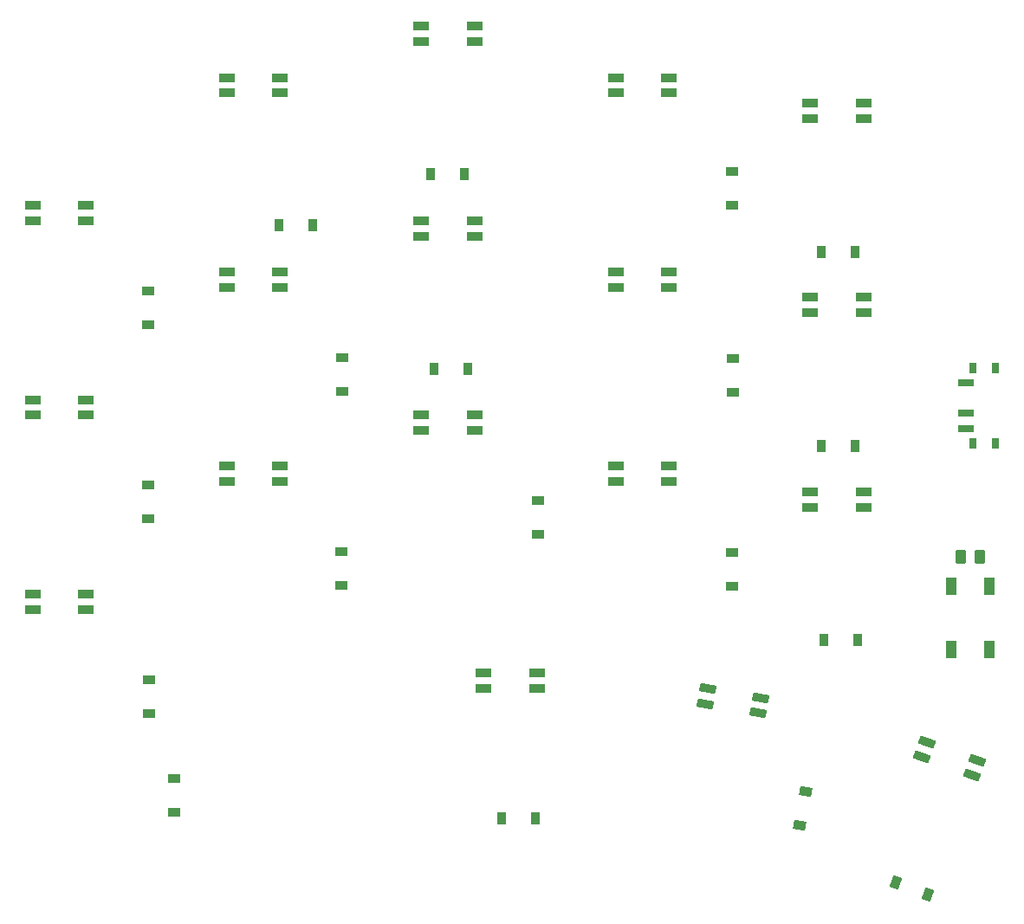
<source format=gbr>
%TF.GenerationSoftware,KiCad,Pcbnew,7.0.8*%
%TF.CreationDate,2023-11-08T13:39:32-05:00*%
%TF.ProjectId,bgkeeb,62676b65-6562-42e6-9b69-6361645f7063,rev?*%
%TF.SameCoordinates,Original*%
%TF.FileFunction,Paste,Bot*%
%TF.FilePolarity,Positive*%
%FSLAX46Y46*%
G04 Gerber Fmt 4.6, Leading zero omitted, Abs format (unit mm)*
G04 Created by KiCad (PCBNEW 7.0.8) date 2023-11-08 13:39:32*
%MOMM*%
%LPD*%
G01*
G04 APERTURE LIST*
G04 Aperture macros list*
%AMRoundRect*
0 Rectangle with rounded corners*
0 $1 Rounding radius*
0 $2 $3 $4 $5 $6 $7 $8 $9 X,Y pos of 4 corners*
0 Add a 4 corners polygon primitive as box body*
4,1,4,$2,$3,$4,$5,$6,$7,$8,$9,$2,$3,0*
0 Add four circle primitives for the rounded corners*
1,1,$1+$1,$2,$3*
1,1,$1+$1,$4,$5*
1,1,$1+$1,$6,$7*
1,1,$1+$1,$8,$9*
0 Add four rect primitives between the rounded corners*
20,1,$1+$1,$2,$3,$4,$5,0*
20,1,$1+$1,$4,$5,$6,$7,0*
20,1,$1+$1,$6,$7,$8,$9,0*
20,1,$1+$1,$8,$9,$2,$3,0*%
%AMRotRect*
0 Rectangle, with rotation*
0 The origin of the aperture is its center*
0 $1 length*
0 $2 width*
0 $3 Rotation angle, in degrees counterclockwise*
0 Add horizontal line*
21,1,$1,$2,0,0,$3*%
G04 Aperture macros list end*
%ADD10RoundRect,0.082000X0.718000X-0.328000X0.718000X0.328000X-0.718000X0.328000X-0.718000X-0.328000X0*%
%ADD11RoundRect,0.082000X0.650135X-0.447696X0.764049X0.198338X-0.650135X0.447696X-0.764049X-0.198338X0*%
%ADD12RoundRect,0.082000X0.562517X-0.553790X0.786882X0.062649X-0.562517X0.553790X-0.786882X-0.062649X0*%
%ADD13R,0.800000X1.000000*%
%ADD14R,1.500000X0.700000*%
%ADD15R,1.200000X0.900000*%
%ADD16R,0.900000X1.200000*%
%ADD17RotRect,0.900000X1.200000X80.000000*%
%ADD18RotRect,0.900000X1.200000X340.000000*%
%ADD19RoundRect,0.250000X-0.262500X-0.450000X0.262500X-0.450000X0.262500X0.450000X-0.262500X0.450000X0*%
%ADD20R,1.100000X1.800000*%
G04 APERTURE END LIST*
D10*
%TO.C,D47*%
X82597588Y-41196489D03*
X82597588Y-39696489D03*
X77397588Y-39696489D03*
X77397588Y-41196489D03*
%TD*%
%TO.C,D48*%
X101597587Y-36196489D03*
X101597587Y-34696489D03*
X96397587Y-34696489D03*
X96397587Y-36196489D03*
%TD*%
%TO.C,D54*%
X139597585Y-43696490D03*
X139597585Y-42196490D03*
X134397585Y-42196490D03*
X134397585Y-43696490D03*
%TD*%
%TO.C,D55*%
X139597585Y-62696489D03*
X139597585Y-61196489D03*
X134397585Y-61196489D03*
X134397585Y-62696489D03*
%TD*%
%TO.C,D42*%
X63597589Y-72696487D03*
X63597589Y-71196487D03*
X58397589Y-71196487D03*
X58397589Y-72696487D03*
%TD*%
%TO.C,D46*%
X82597588Y-60196488D03*
X82597588Y-58696488D03*
X77397588Y-58696488D03*
X77397588Y-60196488D03*
%TD*%
%TO.C,D49*%
X101597587Y-55196488D03*
X101597587Y-53696488D03*
X96397587Y-53696488D03*
X96397587Y-55196488D03*
%TD*%
%TO.C,D53*%
X120597586Y-41196489D03*
X120597586Y-39696489D03*
X115397586Y-39696489D03*
X115397586Y-41196489D03*
%TD*%
%TO.C,D56*%
X139597585Y-81696488D03*
X139597585Y-80196488D03*
X134397585Y-80196488D03*
X134397585Y-81696488D03*
%TD*%
%TO.C,D43*%
X63597588Y-91696486D03*
X63597588Y-90196486D03*
X58397588Y-90196486D03*
X58397588Y-91696486D03*
%TD*%
%TO.C,D50*%
X101597586Y-74196488D03*
X101597586Y-72696488D03*
X96397586Y-72696488D03*
X96397586Y-74196488D03*
%TD*%
%TO.C,D57*%
X107678593Y-99384405D03*
X107678593Y-97884405D03*
X102478593Y-97884405D03*
X102478593Y-99384405D03*
%TD*%
D11*
%TO.C,D59*%
X129276071Y-101828025D03*
X129536543Y-100350813D03*
X124415543Y-99447843D03*
X124155070Y-100925054D03*
%TD*%
D10*
%TO.C,D41*%
X63597589Y-53696488D03*
X63597589Y-52196488D03*
X58397589Y-52196488D03*
X58397589Y-53696488D03*
%TD*%
%TO.C,D45*%
X82597587Y-79196487D03*
X82597587Y-77696487D03*
X77397587Y-77696487D03*
X77397587Y-79196487D03*
%TD*%
%TO.C,D51*%
X120597586Y-79196488D03*
X120597586Y-77696488D03*
X115397586Y-77696488D03*
X115397586Y-79196488D03*
%TD*%
%TO.C,D52*%
X120597586Y-60196488D03*
X120597586Y-58696488D03*
X115397586Y-58696488D03*
X115397586Y-60196488D03*
%TD*%
D12*
%TO.C,D60*%
X150172263Y-107896340D03*
X150685293Y-106486801D03*
X145798891Y-104708297D03*
X145285861Y-106117836D03*
%TD*%
D13*
%TO.C,SW_POWER1*%
X150305793Y-75431204D03*
X152515793Y-75431204D03*
X150305793Y-68131204D03*
X152515793Y-68131204D03*
D14*
X149655793Y-69531204D03*
X149655793Y-72531204D03*
X149655793Y-74031204D03*
%TD*%
D15*
%TO.C,D1*%
X69665293Y-63857204D03*
X69665293Y-60557204D03*
%TD*%
D16*
%TO.C,D2*%
X85818693Y-54168104D03*
X82518693Y-54168104D03*
%TD*%
%TO.C,D3*%
X97326893Y-49100804D03*
X100626893Y-49100804D03*
%TD*%
D15*
%TO.C,D4*%
X126726393Y-52160504D03*
X126726393Y-48860504D03*
%TD*%
%TO.C,D11*%
X69677993Y-82869104D03*
X69677993Y-79569104D03*
%TD*%
%TO.C,D12*%
X88677193Y-70359604D03*
X88677193Y-67059604D03*
%TD*%
D16*
%TO.C,D13*%
X97631693Y-68201604D03*
X100931693Y-68201604D03*
%TD*%
D15*
%TO.C,D14*%
X126802593Y-70448504D03*
X126802593Y-67148504D03*
%TD*%
D16*
%TO.C,D15*%
X135477693Y-75694604D03*
X138777693Y-75694604D03*
%TD*%
D15*
%TO.C,D21*%
X69779593Y-101919104D03*
X69779593Y-98619104D03*
%TD*%
%TO.C,D22*%
X88613693Y-89371504D03*
X88613693Y-86071504D03*
%TD*%
%TO.C,D23*%
X107752593Y-84367704D03*
X107752593Y-81067704D03*
%TD*%
%TO.C,D24*%
X126739093Y-89396904D03*
X126739093Y-86096904D03*
%TD*%
D16*
%TO.C,D25*%
X135757093Y-94693804D03*
X139057093Y-94693804D03*
%TD*%
D17*
%TO.C,D34*%
X133374074Y-112790637D03*
X133947112Y-109540771D03*
%TD*%
D18*
%TO.C,D35*%
X142778100Y-118424571D03*
X145879086Y-119553237D03*
%TD*%
D15*
%TO.C,D81*%
X72192593Y-111558404D03*
X72192593Y-108258404D03*
%TD*%
D16*
%TO.C,D6*%
X104222993Y-112118204D03*
X107522993Y-112118204D03*
%TD*%
%TO.C,D5*%
X135452293Y-56733504D03*
X138752293Y-56733504D03*
%TD*%
D19*
%TO.C,R1*%
X149131093Y-86540404D03*
X150956093Y-86540404D03*
%TD*%
D20*
%TO.C,SW8*%
X151893593Y-95634804D03*
X148193593Y-89434804D03*
X148193593Y-95634804D03*
X151893593Y-89434804D03*
%TD*%
M02*

</source>
